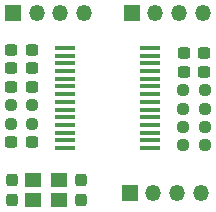
<source format=gbr>
%TF.GenerationSoftware,KiCad,Pcbnew,7.0.7*%
%TF.CreationDate,2023-08-27T10:12:23+07:00*%
%TF.ProjectId,TinyUSBHub,54696e79-5553-4424-9875-622e6b696361,rev?*%
%TF.SameCoordinates,Original*%
%TF.FileFunction,Soldermask,Top*%
%TF.FilePolarity,Negative*%
%FSLAX46Y46*%
G04 Gerber Fmt 4.6, Leading zero omitted, Abs format (unit mm)*
G04 Created by KiCad (PCBNEW 7.0.7) date 2023-08-27 10:12:23*
%MOMM*%
%LPD*%
G01*
G04 APERTURE LIST*
G04 Aperture macros list*
%AMRoundRect*
0 Rectangle with rounded corners*
0 $1 Rounding radius*
0 $2 $3 $4 $5 $6 $7 $8 $9 X,Y pos of 4 corners*
0 Add a 4 corners polygon primitive as box body*
4,1,4,$2,$3,$4,$5,$6,$7,$8,$9,$2,$3,0*
0 Add four circle primitives for the rounded corners*
1,1,$1+$1,$2,$3*
1,1,$1+$1,$4,$5*
1,1,$1+$1,$6,$7*
1,1,$1+$1,$8,$9*
0 Add four rect primitives between the rounded corners*
20,1,$1+$1,$2,$3,$4,$5,0*
20,1,$1+$1,$4,$5,$6,$7,0*
20,1,$1+$1,$6,$7,$8,$9,0*
20,1,$1+$1,$8,$9,$2,$3,0*%
G04 Aperture macros list end*
%ADD10R,1.350000X1.350000*%
%ADD11O,1.350000X1.350000*%
%ADD12R,1.400000X1.200000*%
%ADD13R,1.750000X0.450000*%
%ADD14RoundRect,0.237500X-0.250000X-0.237500X0.250000X-0.237500X0.250000X0.237500X-0.250000X0.237500X0*%
%ADD15RoundRect,0.237500X0.250000X0.237500X-0.250000X0.237500X-0.250000X-0.237500X0.250000X-0.237500X0*%
%ADD16RoundRect,0.237500X0.237500X-0.300000X0.237500X0.300000X-0.237500X0.300000X-0.237500X-0.300000X0*%
%ADD17RoundRect,0.237500X-0.237500X0.300000X-0.237500X-0.300000X0.237500X-0.300000X0.237500X0.300000X0*%
%ADD18RoundRect,0.237500X0.300000X0.237500X-0.300000X0.237500X-0.300000X-0.237500X0.300000X-0.237500X0*%
%ADD19RoundRect,0.237500X-0.300000X-0.237500X0.300000X-0.237500X0.300000X0.237500X-0.300000X0.237500X0*%
G04 APERTURE END LIST*
D10*
%TO.C,J3*%
X107525000Y-91350000D03*
D11*
X109525000Y-91350000D03*
X111525000Y-91350000D03*
X113525000Y-91350000D03*
%TD*%
D10*
%TO.C,J2*%
X117575000Y-91350000D03*
D11*
X119575000Y-91350000D03*
X121575000Y-91350000D03*
X123575000Y-91350000D03*
%TD*%
D10*
%TO.C,J1*%
X117400000Y-106575000D03*
D11*
X119400000Y-106575000D03*
X121400000Y-106575000D03*
X123400000Y-106575000D03*
%TD*%
D12*
%TO.C,Y1*%
X111450000Y-105475000D03*
X109250000Y-105475000D03*
X109250000Y-107175000D03*
X111450000Y-107175000D03*
%TD*%
D13*
%TO.C,U1*%
X111950000Y-94325000D03*
X111950000Y-94975000D03*
X111950000Y-95625000D03*
X111950000Y-96275000D03*
X111950000Y-96925000D03*
X111950000Y-97575000D03*
X111950000Y-98225000D03*
X111950000Y-98875000D03*
X111950000Y-99525000D03*
X111950000Y-100175000D03*
X111950000Y-100825000D03*
X111950000Y-101475000D03*
X111950000Y-102125000D03*
X111950000Y-102775000D03*
X119150000Y-102775000D03*
X119150000Y-102125000D03*
X119150000Y-101475000D03*
X119150000Y-100825000D03*
X119150000Y-100175000D03*
X119150000Y-99525000D03*
X119150000Y-98875000D03*
X119150000Y-98225000D03*
X119150000Y-97575000D03*
X119150000Y-96925000D03*
X119150000Y-96275000D03*
X119150000Y-95625000D03*
X119150000Y-94975000D03*
X119150000Y-94325000D03*
%TD*%
D14*
%TO.C,R7*%
X121937500Y-99450000D03*
X123762500Y-99450000D03*
%TD*%
%TO.C,R6*%
X121937500Y-97893000D03*
X123762500Y-97893000D03*
%TD*%
D15*
%TO.C,R5*%
X123762500Y-101007000D03*
X121937500Y-101007000D03*
%TD*%
%TO.C,R4*%
X123762500Y-102564000D03*
X121937500Y-102564000D03*
%TD*%
D14*
%TO.C,R3*%
X107337500Y-99167000D03*
X109162500Y-99167000D03*
%TD*%
D15*
%TO.C,R1*%
X109162500Y-100726000D03*
X107337500Y-100726000D03*
%TD*%
D16*
%TO.C,C12*%
X107400000Y-107187500D03*
X107400000Y-105462500D03*
%TD*%
D17*
%TO.C,C11*%
X113300000Y-105462500D03*
X113300000Y-107187500D03*
%TD*%
D18*
%TO.C,C6*%
X109112500Y-102285000D03*
X107387500Y-102285000D03*
%TD*%
%TO.C,C5*%
X109112500Y-94490000D03*
X107387500Y-94490000D03*
%TD*%
%TO.C,C4*%
X109112500Y-96049000D03*
X107387500Y-96049000D03*
%TD*%
D19*
%TO.C,C3*%
X121987500Y-96336000D03*
X123712500Y-96336000D03*
%TD*%
D18*
%TO.C,C2*%
X109112500Y-97608000D03*
X107387500Y-97608000D03*
%TD*%
D19*
%TO.C,C1*%
X121987500Y-94779000D03*
X123712500Y-94779000D03*
%TD*%
M02*

</source>
